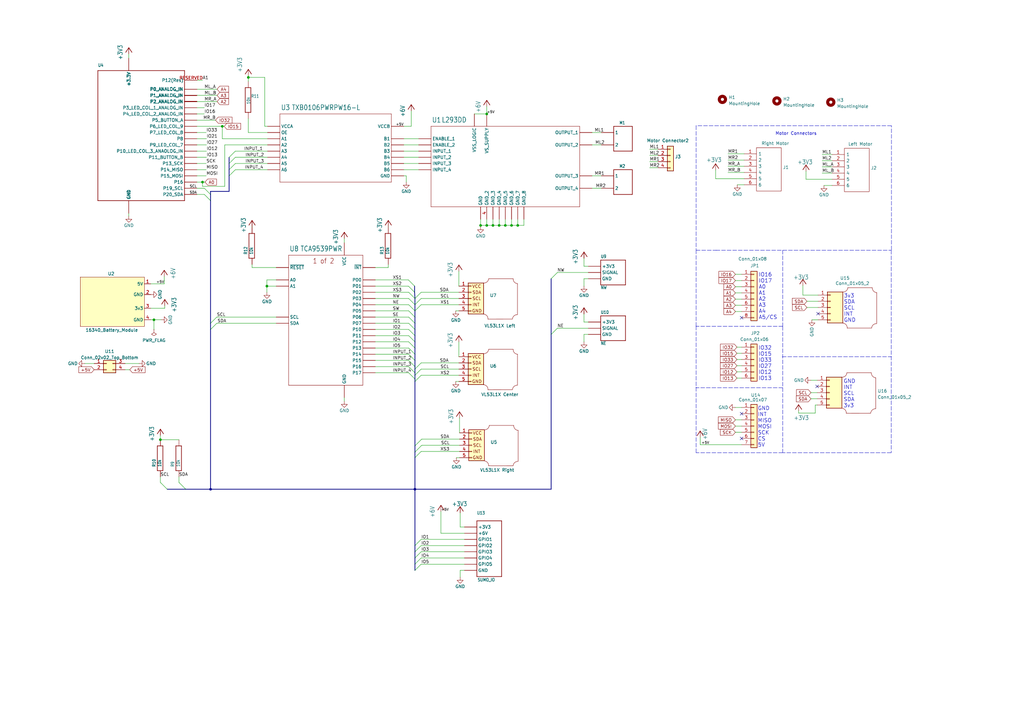
<source format=kicad_sch>
(kicad_sch (version 20211123) (generator eeschema)
  (paper "A3")
  (lib_symbols
    (symbol "1Custom Symbols:16340_Battery_Module"
      (property "Reference" "M01" (at -13.1191 23.8674 0))
      (property "Value" "16340_Battery_Module" (at -13.1191 21.3305 0))
      (symbol "16340_Battery_Module_1_1"
        (pin power_out line (at -2.6162 17.4244 0) (length 2.54) (name "5V") (number "1"))
        (pin power_in line (at -2.6416 13.0556 0) (length 2.54) (name "GND") (number "2"))
        (pin power_out line (at -2.6162 7.4168 0) (length 2.54) (name "3v3") (number "3"))
        (pin power_in line (at -2.6416 2.6924 0) (length 2.54) (name "GND") (number "4"))
      )
    )
    (symbol "1Custom Symbols:Conn_01x05_2" (pin_names (offset 1.016) hide)
      (property "Reference" "U15" (at -0.381 11.43 0))
      (property "Value" "Conn_01x05_2" (at -4.318 9.271 0))
      (symbol "Conn_01x05_2_1_1"
        (pin passive line (at -5.08 5.08 0) (length 3.81) (name "Pin_1") (number "1"))
        (pin passive line (at -5.08 2.54 0) (length 3.81) (name "Pin_2") (number "2"))
        (pin passive line (at -5.08 0 0) (length 3.81) (name "Pin_3") (number "3"))
        (pin passive line (at -5.08 -2.54 0) (length 3.81) (name "Pin_4") (number "4"))
        (pin passive line (at -5.08 -5.08 0) (length 3.81) (name "Pin_5") (number "5"))
      )
    )
    (symbol "Connector_Generic:Conn_01x04" (pin_names (offset 1.016) hide)
      (property "Reference" "J" (at 0 5.08 0))
      (property "Value" "Conn_01x04" (at 0 -7.62 0))
      (symbol "Conn_01x04_1_1"
        (pin passive line (at -5.08 2.54 0) (length 3.81) (name "Pin_1") (number "1"))
        (pin passive line (at -5.08 0 0) (length 3.81) (name "Pin_2") (number "2"))
        (pin passive line (at -5.08 -2.54 0) (length 3.81) (name "Pin_3") (number "3"))
        (pin passive line (at -5.08 -5.08 0) (length 3.81) (name "Pin_4") (number "4"))
      )
    )
    (symbol "Connector_Generic:Conn_01x05" (pin_names (offset 1.016) hide)
      (property "Reference" "U7" (at 7.62 1.27 0))
      (property "Value" "VL53L1X Left" (at 6.35 -2.032 0))
      (symbol "Conn_01x05_0_0"
        (text "GND" (at 2.3114 -5.0546 0) (effects (font (size 1.27 1.27))))
        (text "INT" (at 1.9812 -2.54 0) (effects (font (size 1.27 1.27))))
        (text "SCL" (at 2.2352 0 0) (effects (font (size 1.27 1.27))))
        (text "SDA" (at 2.2606 2.5146 0) (effects (font (size 1.27 1.27))))
        (text "VCC" (at 2.2098 5.0038 0) (effects (font (size 1.27 1.27))))
      )
      (symbol "Conn_01x05_1_1"
        (pin passive line (at -5.08 5.08 0) (length 3.81) (name "Pin_1") (number "1"))
        (pin passive line (at -5.08 2.54 0) (length 3.81) (name "Pin_2") (number "2"))
        (pin passive line (at -5.08 0 0) (length 3.81) (name "Pin_3") (number "3"))
        (pin passive line (at -5.08 -2.54 0) (length 3.81) (name "Pin_4") (number "4"))
        (pin passive line (at -5.08 -5.08 0) (length 3.81) (name "Pin_5") (number "5"))
      )
    )
    (symbol "Connector_Generic:Conn_01x06" (pin_names (offset 1.016) hide)
      (property "Reference" "J" (at 0 7.62 0))
      (property "Value" "Conn_01x06" (at 0 -10.16 0))
      (symbol "Conn_01x06_1_1"
        (pin passive line (at -5.08 5.08 0) (length 3.81) (name "Pin_1") (number "1"))
        (pin passive line (at -5.08 2.54 0) (length 3.81) (name "Pin_2") (number "2"))
        (pin passive line (at -5.08 0 0) (length 3.81) (name "Pin_3") (number "3"))
        (pin passive line (at -5.08 -2.54 0) (length 3.81) (name "Pin_4") (number "4"))
        (pin passive line (at -5.08 -5.08 0) (length 3.81) (name "Pin_5") (number "5"))
        (pin passive line (at -5.08 -7.62 0) (length 3.81) (name "Pin_6") (number "6"))
      )
    )
    (symbol "Connector_Generic:Conn_01x07" (pin_names (offset 1.016) hide)
      (property "Reference" "J" (at 0 10.16 0))
      (property "Value" "Conn_01x07" (at 0 -10.16 0))
      (symbol "Conn_01x07_1_1"
        (pin passive line (at -5.08 7.62 0) (length 3.81) (name "Pin_1") (number "1"))
        (pin passive line (at -5.08 5.08 0) (length 3.81) (name "Pin_2") (number "2"))
        (pin passive line (at -5.08 2.54 0) (length 3.81) (name "Pin_3") (number "3"))
        (pin passive line (at -5.08 0 0) (length 3.81) (name "Pin_4") (number "4"))
        (pin passive line (at -5.08 -2.54 0) (length 3.81) (name "Pin_5") (number "5"))
        (pin passive line (at -5.08 -5.08 0) (length 3.81) (name "Pin_6") (number "6"))
        (pin passive line (at -5.08 -7.62 0) (length 3.81) (name "Pin_7") (number "7"))
      )
    )
    (symbol "Connector_Generic:Conn_01x08" (pin_names (offset 1.016) hide)
      (property "Reference" "J" (at 0 10.16 0))
      (property "Value" "Conn_01x08" (at 0 -12.7 0))
      (symbol "Conn_01x08_1_1"
        (pin passive line (at -5.08 7.62 0) (length 3.81) (name "Pin_1") (number "1"))
        (pin passive line (at -5.08 5.08 0) (length 3.81) (name "Pin_2") (number "2"))
        (pin passive line (at -5.08 2.54 0) (length 3.81) (name "Pin_3") (number "3"))
        (pin passive line (at -5.08 0 0) (length 3.81) (name "Pin_4") (number "4"))
        (pin passive line (at -5.08 -2.54 0) (length 3.81) (name "Pin_5") (number "5"))
        (pin passive line (at -5.08 -5.08 0) (length 3.81) (name "Pin_6") (number "6"))
        (pin passive line (at -5.08 -7.62 0) (length 3.81) (name "Pin_7") (number "7"))
        (pin passive line (at -5.08 -10.16 0) (length 3.81) (name "Pin_8") (number "8"))
      )
    )
    (symbol "Connector_Generic:Conn_02x02_Top_Bottom" (pin_names (offset 1.016) hide)
      (property "Reference" "J" (at 1.27 2.54 0))
      (property "Value" "Conn_02x02_Top_Bottom" (at 1.27 -5.08 0))
      (symbol "Conn_02x02_Top_Bottom_1_1"
        (pin passive line (at -5.08 0 0) (length 3.81) (name "Pin_1") (number "1"))
        (pin passive line (at -5.08 -2.54 0) (length 3.81) (name "Pin_2") (number "2"))
        (pin passive line (at 7.62 0 180) (length 3.81) (name "Pin_3") (number "3"))
        (pin passive line (at 7.62 -2.54 180) (length 3.81) (name "Pin_4") (number "4"))
      )
    )
    (symbol "Mechanical:MountingHole" (pin_names (offset 1.016))
      (property "Reference" "H" (at 0 5.08 0))
      (property "Value" "MountingHole" (at 0 3.175 0))
    )
    (symbol "SamacSys_Parts:B6B-PH-K_LF__SN_" (pin_names (offset 0.762))
      (property "Reference" "J" (at 16.51 7.62 0))
      (property "Value" "B6B-PH-K_LF__SN_" (at 16.51 5.08 0))
      (symbol "B6B-PH-K_LF__SN__0_0"
        (pin passive line (at 0 0 0) (length 5.08) (name "1") (number "1"))
        (pin passive line (at 0 -2.54 0) (length 5.08) (name "2") (number "2"))
        (pin passive line (at 0 -5.08 0) (length 5.08) (name "3") (number "3"))
        (pin passive line (at 0 -7.62 0) (length 5.08) (name "4") (number "4"))
        (pin passive line (at 0 -10.16 0) (length 5.08) (name "5") (number "5"))
        (pin passive line (at 0 -12.7 0) (length 5.08) (name "6") (number "6"))
      )
    )
    (symbol "minisumo_v2-eagle-import:+3V3" (power)
      (property "Value" "+3V3" (at -2.54 -5.08 90))
      (symbol "+3V3_1_0"
        (pin power_in line (at 0 -2.54 90) (length 2.54) (name "+3V3") (number "1"))
      )
    )
    (symbol "minisumo_v2-eagle-import:+5V" (power)
      (property "Value" "+5V" (at -2.54 -5.08 90))
      (symbol "+5V_1_0"
        (pin power_in line (at 0 -2.54 90) (length 2.54) (name "+5V") (number "1"))
      )
    )
    (symbol "minisumo_v2-eagle-import:L293DD"
      (property "Reference" "U" (at 61.3156 6.5786 0))
      (property "Value" "L293DD" (at 60.6806 -31.5214 0))
      (symbol "L293DD_1_0"
        (pin input line (at 2.54 0 0) (length 5.08) (name "ENABLE_1") (number "1"))
        (pin passive line (at 30.48 10.16 270) (length 5.08) (name "VS_SUPPLY") (number "10"))
        (pin input line (at 2.54 -2.54 0) (length 5.08) (name "ENABLE_2") (number "11"))
        (pin input line (at 2.54 -10.16 0) (length 5.08) (name "INPUT_3") (number "12"))
        (pin output line (at 73.66 -15.24 180) (length 5.08) (name "OUTPUT_3") (number "13"))
        (pin passive line (at 40.64 -33.02 90) (length 5.08) (name "GND_6") (number "14"))
        (pin passive line (at 43.18 -33.02 90) (length 5.08) (name "GND_7") (number "15"))
        (pin passive line (at 45.72 -33.02 90) (length 5.08) (name "GND_8") (number "16"))
        (pin passive line (at 27.94 -33.02 90) (length 5.08) (name "GND") (number "17"))
        (pin output line (at 73.66 -20.32 180) (length 5.08) (name "OUTPUT_4") (number "18"))
        (pin input line (at 2.54 -12.7 0) (length 5.08) (name "INPUT_4") (number "19"))
        (pin input line (at 2.54 -5.08 0) (length 5.08) (name "INPUT_1") (number "2"))
        (pin passive line (at 25.4 10.16 270) (length 5.08) (name "VSS_LOGIC") (number "20"))
        (pin output line (at 73.66 2.54 180) (length 5.08) (name "OUTPUT_1") (number "3"))
        (pin passive line (at 30.48 -33.02 90) (length 5.08) (name "GND_2") (number "4"))
        (pin passive line (at 33.02 -33.02 90) (length 5.08) (name "GND_3") (number "5"))
        (pin passive line (at 35.56 -33.02 90) (length 5.08) (name "GND_4") (number "6"))
        (pin passive line (at 38.1 -33.02 90) (length 5.08) (name "GND_5") (number "7"))
        (pin output line (at 73.66 -2.54 180) (length 5.08) (name "OUTPUT_2") (number "8"))
        (pin input line (at 2.54 -7.62 0) (length 5.08) (name "INPUT_2") (number "9"))
      )
    )
    (symbol "minisumo_v2-eagle-import:MICRO_BIT"
      (property "Reference" "U4" (at -38.1 26.924 0))
      (symbol "MICRO_BIT_0_0"
        (pin bidirectional line (at 2.667 21.4376 180) (length 5.08) (name "P12(Res)") (number "RESERVED"))
      )
      (symbol "MICRO_BIT_1_0"
        (pin bidirectional line (at -25.4 30.48 270) (length 5.08) (name "+3.3V") (number "3.3V@10"))
        (pin bidirectional line (at -25.4 30.48 270) (length 5.08) (name "+3.3V") (number "3.3V@11"))
        (pin bidirectional line (at -25.4 30.48 270) (length 5.08) (name "+3.3V") (number "3.3V@12"))
        (pin bidirectional line (at -25.4 30.48 270) (length 5.08) (name "+3.3V") (number "3.3V@13"))
        (pin bidirectional line (at -25.4 30.48 270) (length 5.08) (name "+3.3V") (number "3.3V@14"))
        (pin bidirectional line (at -25.4 30.48 270) (length 5.08) (name "+3.3V") (number "3.3V@9"))
        (pin bidirectional line (at -25.4 -33.02 90) (length 5.08) (name "GND") (number "GND@1"))
        (pin bidirectional line (at -25.4 -33.02 90) (length 5.08) (name "GND") (number "GND@2"))
        (pin bidirectional line (at -25.4 -33.02 90) (length 5.08) (name "GND") (number "GND@3"))
        (pin bidirectional line (at -25.4 -33.02 90) (length 5.08) (name "GND") (number "GND@4"))
        (pin bidirectional line (at -25.4 -33.02 90) (length 5.08) (name "GND") (number "GND@5"))
        (pin bidirectional line (at -25.4 -33.02 90) (length 5.08) (name "GND") (number "GND@6"))
        (pin bidirectional line (at 2.54 17.78 180) (length 5.08) (name "P0_ANALOG_IN") (number "P0_ANALOG_IN@36"))
        (pin bidirectional line (at 2.54 17.78 180) (length 5.08) (name "P0_ANALOG_IN") (number "P0_ANALOG_IN@37"))
        (pin bidirectional line (at 2.54 17.78 180) (length 5.08) (name "P0_ANALOG_IN") (number "P0_ANALOG_IN@38"))
        (pin bidirectional line (at 2.54 17.78 180) (length 5.08) (name "P0_ANALOG_IN") (number "P0_ANALOG_IN@39"))
        (pin bidirectional line (at 2.54 -7.62 180) (length 5.08) (name "P10_LED_COL_3_ANAOLOG_IN") (number "P10_LED_COL_3_ANALOG_IN"))
        (pin bidirectional line (at 2.54 -10.16 180) (length 5.08) (name "P11_BUTTON_B") (number "P11_BUTTON_B"))
        (pin bidirectional line (at 2.54 -12.7 180) (length 5.08) (name "P13_SCK") (number "P13_SCK"))
        (pin bidirectional line (at 2.54 -15.24 180) (length 5.08) (name "P14_MISO") (number "P14_MISO"))
        (pin bidirectional line (at 2.54 -17.78 180) (length 5.08) (name "P15_MOSI") (number "P15_MOSI"))
        (pin bidirectional line (at 2.54 -20.32 180) (length 5.08) (name "P16") (number "P16"))
        (pin bidirectional line (at 2.54 15.24 180) (length 5.08) (name "P1_ANALOG_IN") (number "P1_ANALOG_IN@28"))
        (pin bidirectional line (at 2.54 15.24 180) (length 5.08) (name "P1_ANALOG_IN") (number "P1_ANALOG_IN@29"))
        (pin bidirectional line (at 2.54 15.24 180) (length 5.08) (name "P1_ANALOG_IN") (number "P1_ANALOG_IN@30"))
        (pin bidirectional line (at 2.54 15.24 180) (length 5.08) (name "P1_ANALOG_IN") (number "P1_ANALOG_IN@31"))
        (pin bidirectional line (at 2.54 -25.4 180) (length 5.08) (name "P20_SDA") (number "P20_SDA"))
        (pin bidirectional line (at 2.54 -22.86 180) (length 5.08) (name "P19_SCL") (number "P21_SCL"))
        (pin bidirectional line (at 2.54 12.7 180) (length 5.08) (name "P2_ANALOG_IN") (number "P2_ANALOG_IN@19"))
        (pin bidirectional line (at 2.54 12.7 180) (length 5.08) (name "P2_ANALOG_IN") (number "P2_ANALOG_IN@20"))
        (pin bidirectional line (at 2.54 12.7 180) (length 5.08) (name "P2_ANALOG_IN") (number "P2_ANALOG_IN@21"))
        (pin bidirectional line (at 2.54 12.7 180) (length 5.08) (name "P2_ANALOG_IN") (number "P2_ANALOG_IN@22"))
        (pin bidirectional line (at 2.54 10.16 180) (length 5.08) (name "P3_LED_COL_1_ANALOG_IN") (number "P3_LED_COL_1_ANALOG_IN"))
        (pin bidirectional line (at 2.54 7.62 180) (length 5.08) (name "P4_LED_COL_2_ANALOG_IN") (number "P4_LED_COL_2_ANALOG_IN"))
        (pin bidirectional line (at 2.54 5.08 180) (length 5.08) (name "P5_BUTTON_A") (number "P5_BUTTON_A"))
        (pin bidirectional line (at 2.54 2.54 180) (length 5.08) (name "P6_LED_COL_9") (number "P6_LED_COL_9"))
        (pin bidirectional line (at 2.54 0 180) (length 5.08) (name "P7_LED_COL_8") (number "P7_LED_COL8"))
        (pin bidirectional line (at 2.54 -2.54 180) (length 5.08) (name "P8") (number "P8"))
        (pin bidirectional line (at 2.54 -5.08 180) (length 5.08) (name "P9_LED_COL_7") (number "P9_LED_COL_7"))
      )
    )
    (symbol "minisumo_v2-eagle-import:N20_MOTOR"
      (symbol "N20_MOTOR_1_0"
        (pin bidirectional line (at -27.94 15.24 0) (length 5.08) (name "1") (number "1"))
        (pin bidirectional line (at -27.94 10.16 0) (length 5.08) (name "2") (number "2"))
      )
    )
    (symbol "minisumo_v2-eagle-import:QRE1113_MODULE"
      (property "Value" "QRE1113_MODULE" (at -12.7 3.302 0))
      (symbol "QRE1113_MODULE_1_0"
        (pin bidirectional line (at -17.78 12.7 0) (length 5.08) (name "+3V3") (number "+3V3"))
        (pin bidirectional line (at -17.78 7.62 0) (length 5.08) (name "GND") (number "GND"))
        (pin bidirectional line (at -17.78 10.16 0) (length 5.08) (name "SIGNAL") (number "SIGNAL"))
      )
    )
    (symbol "minisumo_v2-eagle-import:RESISTOR"
      (property "Value" "RESISTOR" (at 4.064 -0.381 0))
      (symbol "RESISTOR_1_0"
        (pin bidirectional line (at 0 0 0) (length 2.54) (name "P$1") (number "P$1"))
        (pin bidirectional line (at 15.24 0 180) (length 2.54) (name "P$2") (number "P$2"))
      )
    )
    (symbol "minisumo_v2-eagle-import:SUMO_IO"
      (property "Value" "SUMO_IO" (at -7.62 -5.08 0))
      (symbol "SUMO_IO_1_0"
        (pin bidirectional line (at -12.7 17.78 0) (length 5.08) (name "+3V3") (number "3V3"))
        (pin bidirectional line (at -12.7 15.24 0) (length 5.08) (name "+6V") (number "6V"))
        (pin bidirectional line (at -12.7 0 0) (length 5.08) (name "GND") (number "GND"))
        (pin bidirectional line (at -12.7 12.7 0) (length 5.08) (name "GPIO1") (number "GPIO1"))
        (pin bidirectional line (at -12.7 10.16 0) (length 5.08) (name "GPIO2") (number "GPIO2"))
        (pin bidirectional line (at -12.7 7.62 0) (length 5.08) (name "GPIO3") (number "GPIO3"))
        (pin bidirectional line (at -12.7 5.08 0) (length 5.08) (name "GPIO4") (number "GPIO4"))
        (pin bidirectional line (at -12.7 2.54 0) (length 5.08) (name "GPIO5") (number "GPIO5"))
      )
    )
    (symbol "minisumo_v2-eagle-import:TCA9539PWR"
      (property "Value" "TCA9539PWR" (at 17.5006 6.5786 0))
      (symbol "TCA9539PWR_1_0"
        (text "1 of 2" (at 17.5006 1.4986 0) (effects (font (size 2.0828 1.7703)) (justify left bottom)))
        (pin output line (at 43.18 0 180) (length 5.08) (name "~{INT}") (number "1"))
        (pin bidirectional line (at 43.18 -20.32 180) (length 5.08) (name "P06") (number "10"))
        (pin bidirectional line (at 43.18 -22.86 180) (length 5.08) (name "P07") (number "11"))
        (pin power_in line (at 30.48 -53.34 90) (length 5.08) (name "GND") (number "12"))
        (pin bidirectional line (at 43.18 -25.4 180) (length 5.08) (name "P10") (number "13"))
        (pin bidirectional line (at 43.18 -27.94 180) (length 5.08) (name "P11") (number "14"))
        (pin bidirectional line (at 43.18 -30.48 180) (length 5.08) (name "P12") (number "15"))
        (pin bidirectional line (at 43.18 -33.02 180) (length 5.08) (name "P13") (number "16"))
        (pin bidirectional line (at 43.18 -35.56 180) (length 5.08) (name "P14") (number "17"))
        (pin bidirectional line (at 43.18 -38.1 180) (length 5.08) (name "P15") (number "18"))
        (pin bidirectional line (at 43.18 -40.64 180) (length 5.08) (name "P16") (number "19"))
        (pin input line (at 2.54 -7.62 0) (length 5.08) (name "A1") (number "2"))
        (pin bidirectional line (at 43.18 -43.18 180) (length 5.08) (name "P17") (number "20"))
        (pin input line (at 2.54 -5.08 0) (length 5.08) (name "A0") (number "21"))
        (pin bidirectional line (at 2.54 -20.32 0) (length 5.08) (name "SCL") (number "22"))
        (pin bidirectional line (at 2.54 -22.86 0) (length 5.08) (name "SDA") (number "23"))
        (pin power_in line (at 30.48 10.16 270) (length 5.08) (name "VCC") (number "24"))
        (pin input line (at 2.54 0 0) (length 5.08) (name "~{RESET}") (number "3"))
        (pin bidirectional line (at 43.18 -5.08 180) (length 5.08) (name "P00") (number "4"))
        (pin bidirectional line (at 43.18 -7.62 180) (length 5.08) (name "P01") (number "5"))
        (pin bidirectional line (at 43.18 -10.16 180) (length 5.08) (name "P02") (number "6"))
        (pin bidirectional line (at 43.18 -12.7 180) (length 5.08) (name "P03") (number "7"))
        (pin bidirectional line (at 43.18 -15.24 180) (length 5.08) (name "P04") (number "8"))
        (pin bidirectional line (at 43.18 -17.78 180) (length 5.08) (name "P05") (number "9"))
      )
    )
    (symbol "minisumo_v2-eagle-import:TXB0106PWRPW16-L"
      (property "Reference" "U" (at 25.7556 9.1186 0))
      (property "Value" "TXB0106PWRPW16-L" (at 25.1206 6.5786 0))
      (symbol "TXB0106PWRPW16-L_1_0"
        (pin bidirectional line (at 2.54 -5.08 0) (length 5.08) (name "A1") (number "1"))
        (pin bidirectional line (at 58.42 -17.78 180) (length 5.08) (name "B6") (number "10"))
        (pin bidirectional line (at 58.42 -15.24 180) (length 5.08) (name "B5") (number "11"))
        (pin bidirectional line (at 58.42 -12.7 180) (length 5.08) (name "B4") (number "12"))
        (pin bidirectional line (at 58.42 -10.16 180) (length 5.08) (name "B3") (number "13"))
        (pin bidirectional line (at 58.42 -7.62 180) (length 5.08) (name "B2") (number "14"))
        (pin power_in line (at 58.42 0 180) (length 5.08) (name "VCCB") (number "15"))
        (pin bidirectional line (at 58.42 -5.08 180) (length 5.08) (name "B1") (number "16"))
        (pin power_in line (at 2.54 0 0) (length 5.08) (name "VCCA") (number "2"))
        (pin bidirectional line (at 2.54 -7.62 0) (length 5.08) (name "A2") (number "3"))
        (pin bidirectional line (at 2.54 -10.16 0) (length 5.08) (name "A3") (number "4"))
        (pin bidirectional line (at 2.54 -12.7 0) (length 5.08) (name "A4") (number "5"))
        (pin bidirectional line (at 2.54 -15.24 0) (length 5.08) (name "A5") (number "6"))
        (pin bidirectional line (at 2.54 -17.78 0) (length 5.08) (name "A6") (number "7"))
        (pin output line (at 2.54 -2.54 0) (length 5.08) (name "OE") (number "8"))
        (pin power_in line (at 58.42 -20.32 180) (length 5.08) (name "GND") (number "9"))
      )
    )
    (symbol "power:GND" (power) (pin_names (offset 0))
      (property "Value" "GND" (at 0 -3.81 0))
      (symbol "GND_1_1"
        (pin power_in line (at 0 0 270) (length 0) hide (name "GND") (number "1"))
      )
    )
    (symbol "power:PWR_FLAG" (power) (pin_numbers hide) (pin_names (offset 0) hide)
      (property "Value" "PWR_FLAG" (at 0 3.81 0))
      (symbol "PWR_FLAG_0_0"
        (pin power_out line (at 0 0 90) (length 0) (name "pwr") (number "1"))
      )
    )
  )
  (junction (at 170.18 200.66))
  (junction (at 204.724 92.456))
  (junction (at 199.644 92.456))
  (junction (at 197.104 92.456))
  (junction (at 199.644 46.736))
  (junction (at 101.854 31.75))
  (junction (at 209.804 92.456))
  (junction (at 202.184 92.456))
  (junction (at 83.058 74.676))
  (junction (at 65.786 180.34))
  (junction (at 91.186 51.816))
  (junction (at 63.1444 131.1656))
  (junction (at 207.264 92.456))
  (junction (at 212.344 92.456))
  (junction (at 109.474 117.348))
  (junction (at 86.36 200.66))
  (no_connect (at 304.165 179.832))
  (no_connect (at 304.165 130.302))
  (no_connect (at 335.153 158.496))
  (no_connect (at 335.534 128.651))
  (no_connect (at 304.165 169.672))
  (bus_entry (at 172.72 119.888) (size -2.54 2.54))
  (bus_entry (at 170.18 187.706) (size 2.54 -2.54))
  (bus_entry (at 228.6 111.76) (size -2.54 2.54))
  (bus_entry (at 172.72 148.844) (size -2.54 2.54))
  (bus_entry (at 96.52 67.056) (size -2.54 2.54))
  (bus_entry (at 96.52 69.596) (size -2.54 2.54))
  (bus_entry (at 228.6 134.62) (size -2.54 2.54))
  (bus_entry (at 88.9 132.588) (size -2.54 2.54))
  (bus_entry (at 172.72 228.854) (size -2.54 2.54))
  (bus_entry (at 172.72 231.394) (size -2.54 2.54))
  (bus_entry (at 172.72 122.428) (size -2.54 2.54))
  (bus_entry (at 172.72 151.384) (size -2.54 2.54))
  (bus_entry (at 172.72 180.34) (size -2.54 2.54))
  (bus_entry (at 172.72 223.774) (size -2.54 2.54))
  (bus_entry (at 96.52 64.516) (size -2.54 2.54))
  (bus_entry (at 172.72 226.314) (size -2.54 2.54))
  (bus_entry (at 83.82 79.756) (size 2.54 2.54))
  (bus_entry (at 167.513 117.348) (size 2.54 2.54))
  (bus_entry (at 73.66 198.12) (size 2.54 2.54))
  (bus_entry (at 172.72 221.234) (size -2.54 2.54))
  (bus_entry (at 167.513 114.808) (size 2.54 2.54))
  (bus_entry (at 88.9 130.048) (size -2.54 2.54))
  (bus_entry (at 66.04 198.12) (size 2.54 2.54))
  (bus_entry (at 172.72 182.88) (size -2.54 2.54))
  (bus_entry (at 170.18 155.448) (size -2.54 -2.54))
  (bus_entry (at 170.18 156.464) (size 2.54 -2.54))
  (bus_entry (at 170.18 152.908) (size -2.54 -2.54))
  (bus_entry (at 170.18 150.368) (size -2.54 -2.54))
  (bus_entry (at 170.18 147.828) (size -2.54 -2.54))
  (bus_entry (at 170.18 145.288) (size -2.54 -2.54))
  (bus_entry (at 170.18 140.208) (size -2.54 -2.54))
  (bus_entry (at 170.18 142.748) (size -2.54 -2.54))
  (bus_entry (at 170.18 137.668) (size -2.54 -2.54))
  (bus_entry (at 170.18 135.128) (size -2.54 -2.54))
  (bus_entry (at 170.18 132.588) (size -2.54 -2.54))
  (bus_entry (at 167.64 122.428) (size 2.54 2.54))
  (bus_entry (at 167.64 119.888) (size 2.54 2.54))
  (bus_entry (at 170.18 130.048) (size -2.54 -2.54))
  (bus_entry (at 170.18 127.508) (size -2.54 -2.54))
  (bus_entry (at 172.72 124.968) (size -2.54 2.54))
  (bus_entry (at 83.82 77.216) (size 2.54 2.54))
  (bus_entry (at 96.52 61.976) (size -2.54 2.54))
  (polyline (pts (xy 285.496 102.616) (xy 293.878 102.616)))
  (wire (pts (xy 207.264 89.916) (xy 207.264 92.456)))
  (wire (pts (xy 334.391 166.116) (xy 334.391 169.418)))
  (bus (pts (xy 226.06 137.16) (xy 226.06 200.66)))
  (wire (pts (xy 304.165 122.682) (xy 301.625 122.682)))
  (wire (pts (xy 302.26 142.367) (xy 304.165 142.367)))
  (wire (pts (xy 329.311 121.031) (xy 329.311 117.094)))
  (polyline (pts (xy 285.496 159.004) (xy 285.496 158.75)))
  (wire (pts (xy 266.446 63.754) (xy 269.875 63.754)))
  (bus (pts (xy 170.18 137.668) (xy 170.18 140.208)))
  (bus (pts (xy 86.36 200.66) (xy 76.2 200.66)))
  (wire (pts (xy 204.724 92.456) (xy 202.184 92.456)))
  (wire (pts (xy 61.7982 126.4412) (xy 67.5894 126.4412)))
  (wire (pts (xy 168.656 51.816) (xy 168.656 45.466)))
  (wire (pts (xy 80.772 39.116) (xy 89.027 39.116)))
  (wire (pts (xy 212.344 92.456) (xy 209.804 92.456)))
  (wire (pts (xy 96.52 69.596) (xy 109.728 69.596)))
  (bus (pts (xy 170.18 135.128) (xy 170.18 137.668)))
  (wire (pts (xy 239.522 117.348) (xy 239.522 114.3)))
  (wire (pts (xy 246.634 72.136) (xy 242.824 72.136)))
  (wire (pts (xy 91.186 51.816) (xy 91.186 56.896)))
  (wire (pts (xy 190.5 223.774) (xy 172.72 223.774)))
  (wire (pts (xy 101.854 30.988) (xy 101.854 31.75)))
  (wire (pts (xy 80.772 59.436) (xy 84.709 59.436)))
  (wire (pts (xy 302.26 155.067) (xy 304.165 155.067)))
  (bus (pts (xy 86.36 135.128) (xy 86.36 200.66)))
  (polyline (pts (xy 285.496 133.858) (xy 285.496 102.616)))
  (wire (pts (xy 73.406 197.866) (xy 73.406 195.58)))
  (wire (pts (xy 214.884 92.456) (xy 212.344 92.456)))
  (wire (pts (xy 80.772 77.216) (xy 83.82 77.216)))
  (wire (pts (xy 66.0654 131.1656) (xy 63.1444 131.1656)))
  (wire (pts (xy 80.772 44.196) (xy 83.82 44.196)))
  (wire (pts (xy 304.165 125.222) (xy 301.625 125.222)))
  (bus (pts (xy 170.18 124.968) (xy 170.18 127.508)))
  (wire (pts (xy 199.644 89.916) (xy 199.644 92.456)))
  (wire (pts (xy 80.772 61.976) (xy 84.709 61.976)))
  (wire (pts (xy 301.625 167.132) (xy 304.165 167.132)))
  (wire (pts (xy 188.722 210.312) (xy 188.722 216.154)))
  (wire (pts (xy 80.772 69.596) (xy 84.582 69.596)))
  (wire (pts (xy 172.72 148.844) (xy 188.214 148.844)))
  (bus (pts (xy 170.18 124.968) (xy 170.18 122.428)))
  (wire (pts (xy 165.608 67.056) (xy 171.704 67.056)))
  (wire (pts (xy 332.613 163.576) (xy 335.153 163.576)))
  (wire (pts (xy 209.804 92.456) (xy 207.264 92.456)))
  (wire (pts (xy 153.924 117.348) (xy 167.513 117.348)))
  (wire (pts (xy 241.3 111.76) (xy 228.6 111.76)))
  (wire (pts (xy 159.258 93.218) (xy 159.258 92.964)))
  (wire (pts (xy 91.186 56.896) (xy 109.728 56.896)))
  (wire (pts (xy 330.962 123.571) (xy 335.534 123.571)))
  (wire (pts (xy 330.581 70.231) (xy 330.581 73.533)))
  (wire (pts (xy 101.854 48.641) (xy 101.854 54.356)))
  (wire (pts (xy 34.798 149.098) (xy 38.608 149.098)))
  (wire (pts (xy 246.634 77.216) (xy 242.824 77.216)))
  (wire (pts (xy 172.72 124.968) (xy 188.214 124.968)))
  (wire (pts (xy 165.608 61.976) (xy 171.704 61.976)))
  (wire (pts (xy 172.974 180.086) (xy 172.72 180.34)))
  (wire (pts (xy 239.522 114.3) (xy 241.3 114.3)))
  (wire (pts (xy 172.974 182.626) (xy 188.468 182.626)))
  (wire (pts (xy 153.924 130.048) (xy 167.64 130.048)))
  (wire (pts (xy 80.772 46.736) (xy 83.82 46.736)))
  (bus (pts (xy 170.18 187.706) (xy 170.18 185.42)))
  (bus (pts (xy 93.98 67.056) (xy 93.98 69.596)))
  (bus (pts (xy 170.18 142.748) (xy 170.18 145.288)))
  (bus (pts (xy 170.18 226.314) (xy 170.18 228.854)))
  (wire (pts (xy 165.608 56.896) (xy 171.704 56.896)))
  (wire (pts (xy 80.772 74.676) (xy 83.058 74.676)))
  (wire (pts (xy 337.947 76.073) (xy 341.249 76.073)))
  (bus (pts (xy 170.18 231.394) (xy 170.18 233.934)))
  (wire (pts (xy 207.264 92.456) (xy 204.724 92.456)))
  (wire (pts (xy 305.181 73.279) (xy 293.497 73.279)))
  (wire (pts (xy 63.1444 131.1656) (xy 61.8236 131.1656)))
  (wire (pts (xy 159.258 109.728) (xy 159.258 108.458)))
  (wire (pts (xy 239.522 137.16) (xy 241.3 137.16)))
  (bus (pts (xy 170.18 130.048) (xy 170.18 132.588)))
  (wire (pts (xy 287.1724 182.372) (xy 287.1724 179.324)))
  (wire (pts (xy 80.772 49.276) (xy 88.392 49.276)))
  (wire (pts (xy 266.446 68.834) (xy 269.875 68.834)))
  (wire (pts (xy 65.786 178.562) (xy 65.786 180.34)))
  (wire (pts (xy 188.214 111.252) (xy 188.214 117.348)))
  (wire (pts (xy 80.772 36.576) (xy 89.027 36.576)))
  (wire (pts (xy 330.581 73.533) (xy 341.249 73.533)))
  (bus (pts (xy 86.36 82.296) (xy 86.36 132.588)))
  (wire (pts (xy 194.564 46.736) (xy 199.644 46.736)))
  (wire (pts (xy 172.72 185.166) (xy 188.468 185.166)))
  (wire (pts (xy 188.468 171.45) (xy 188.468 177.546)))
  (wire (pts (xy 239.522 140.208) (xy 239.522 137.16)))
  (wire (pts (xy 141.224 163.068) (xy 141.224 164.592)))
  (wire (pts (xy 190.5 231.394) (xy 172.72 231.394)))
  (wire (pts (xy 239.522 105.918) (xy 239.522 109.22)))
  (wire (pts (xy 103.378 109.728) (xy 103.378 108.458)))
  (polyline (pts (xy 321.056 102.616) (xy 365.506 102.616)))
  (polyline (pts (xy 320.802 146.304) (xy 365.633 146.304)))
  (wire (pts (xy 337.185 63.373) (xy 341.249 63.373)))
  (bus (pts (xy 226.06 137.16) (xy 226.06 114.3)))
  (bus (pts (xy 170.18 152.908) (xy 170.18 153.924)))
  (wire (pts (xy 83.058 74.676) (xy 84.074 74.676)))
  (wire (pts (xy 334.391 166.116) (xy 335.153 166.116)))
  (wire (pts (xy 73.66 198.12) (xy 73.406 197.866)))
  (wire (pts (xy 80.772 64.516) (xy 84.709 64.516)))
  (wire (pts (xy 153.924 150.368) (xy 167.64 150.368)))
  (polyline (pts (xy 365.506 102.616) (xy 365.506 185.674)))
  (bus (pts (xy 170.18 155.448) (xy 170.18 156.464)))
  (wire (pts (xy 266.446 66.294) (xy 269.875 66.294)))
  (wire (pts (xy 153.924 142.748) (xy 167.64 142.748)))
  (wire (pts (xy 337.185 65.913) (xy 341.249 65.913)))
  (wire (pts (xy 186.944 156.464) (xy 188.214 156.464)))
  (wire (pts (xy 172.72 151.384) (xy 188.214 151.384)))
  (wire (pts (xy 51.308 151.638) (xy 53.213 151.638)))
  (polyline (pts (xy 285.496 51.562) (xy 285.496 102.489)))
  (wire (pts (xy 52.832 22.098) (xy 52.832 23.876)))
  (wire (pts (xy 287.1724 182.372) (xy 304.165 182.372)))
  (bus (pts (xy 170.18 228.854) (xy 170.18 231.394)))
  (wire (pts (xy 153.924 135.128) (xy 167.64 135.128)))
  (wire (pts (xy 165.608 59.436) (xy 171.704 59.436)))
  (wire (pts (xy 301.625 177.292) (xy 304.165 177.292)))
  (polyline (pts (xy 365.633 51.562) (xy 285.496 51.562)))
  (wire (pts (xy 190.5 228.854) (xy 172.72 228.854)))
  (bus (pts (xy 170.18 156.464) (xy 170.18 182.88)))
  (bus (pts (xy 170.18 185.42) (xy 170.18 182.88)))
  (bus (pts (xy 86.36 200.66) (xy 170.18 200.66)))
  (wire (pts (xy 113.284 109.728) (xy 103.378 109.728)))
  (wire (pts (xy 186.944 127.508) (xy 188.214 127.508)))
  (wire (pts (xy 202.184 92.456) (xy 199.644 92.456)))
  (wire (pts (xy 246.634 54.356) (xy 242.824 54.356)))
  (bus (pts (xy 86.36 79.756) (xy 86.36 82.296)))
  (wire (pts (xy 83.058 76.454) (xy 83.058 74.676)))
  (wire (pts (xy 180.848 209.804) (xy 180.848 218.694)))
  (wire (pts (xy 337.185 70.993) (xy 341.249 70.993)))
  (wire (pts (xy 188.722 216.154) (xy 190.5 216.154)))
  (wire (pts (xy 101.854 33.401) (xy 101.854 31.75)))
  (wire (pts (xy 153.924 140.208) (xy 167.64 140.208)))
  (wire (pts (xy 209.804 89.916) (xy 209.804 92.456)))
  (bus (pts (xy 170.18 127.508) (xy 170.18 130.048)))
  (wire (pts (xy 187.198 187.706) (xy 188.468 187.706)))
  (polyline (pts (xy 321.056 133.858) (xy 285.496 133.858)))
  (wire (pts (xy 190.5 233.934) (xy 188.722 233.934)))
  (wire (pts (xy 80.772 51.816) (xy 91.186 51.816)))
  (wire (pts (xy 92.202 76.454) (xy 83.058 76.454)))
  (wire (pts (xy 66.04 198.12) (xy 65.786 197.866)))
  (wire (pts (xy 241.3 134.62) (xy 228.6 134.62)))
  (wire (pts (xy 172.974 180.086) (xy 188.468 180.086)))
  (bus (pts (xy 170.18 200.66) (xy 226.06 200.66)))
  (wire (pts (xy 298.577 70.739) (xy 305.181 70.739)))
  (wire (pts (xy 199.644 46.736) (xy 199.644 43.688)))
  (wire (pts (xy 113.284 117.348) (xy 109.474 117.348)))
  (polyline (pts (xy 321.056 185.674) (xy 285.496 185.674)))
  (bus (pts (xy 170.053 119.888) (xy 170.053 117.348)))
  (polyline (pts (xy 321.056 102.616) (xy 321.056 133.858)))
  (wire (pts (xy 153.924 147.828) (xy 167.64 147.828)))
  (wire (pts (xy 96.52 61.976) (xy 109.728 61.976)))
  (wire (pts (xy 301.625 172.212) (xy 304.165 172.212)))
  (wire (pts (xy 172.974 182.626) (xy 172.72 182.88)))
  (wire (pts (xy 332.994 131.191) (xy 335.534 131.191)))
  (wire (pts (xy 109.474 114.808) (xy 109.474 117.348)))
  (wire (pts (xy 92.202 59.436) (xy 92.202 76.454)))
  (wire (pts (xy 153.924 109.728) (xy 159.258 109.728)))
  (wire (pts (xy 301.625 115.062) (xy 304.165 115.062)))
  (wire (pts (xy 180.848 218.694) (xy 190.5 218.694)))
  (wire (pts (xy 332.613 155.956) (xy 335.153 155.956)))
  (wire (pts (xy 172.72 122.428) (xy 188.214 122.428)))
  (wire (pts (xy 165.608 51.816) (xy 168.656 51.816)))
  (wire (pts (xy 302.26 147.447) (xy 304.165 147.447)))
  (polyline (pts (xy 285.496 185.674) (xy 285.496 133.731)))
  (wire (pts (xy 246.634 59.436) (xy 242.824 59.436)))
  (wire (pts (xy 108.585 51.816) (xy 108.585 31.75)))
  (wire (pts (xy 197.104 89.916) (xy 197.104 92.456)))
  (wire (pts (xy 301.625 174.752) (xy 304.165 174.752)))
  (bus (pts (xy 170.18 122.428) (xy 170.053 119.888)))
  (bus (pts (xy 170.18 140.208) (xy 170.18 142.748)))
  (wire (pts (xy 67.5894 126.4412) (xy 67.5894 125.3744)))
  (wire (pts (xy 334.391 169.418) (xy 327.533 169.418)))
  (wire (pts (xy 96.52 64.516) (xy 109.728 64.516)))
  (wire (pts (xy 80.772 56.896) (xy 84.709 56.896)))
  (wire (pts (xy 165.608 69.596) (xy 171.704 69.596)))
  (wire (pts (xy 165.608 64.516) (xy 171.704 64.516)))
  (wire (pts (xy 52.832 87.376) (xy 52.832 88.646)))
  (bus (pts (xy 170.18 153.924) (xy 170.18 155.448)))
  (bus (pts (xy 86.36 78.486) (xy 86.36 79.756)))
  (wire (pts (xy 80.899 32.9184) (xy 83.058 32.9184)))
  (wire (pts (xy 80.772 41.656) (xy 89.027 41.656)))
  (wire (pts (xy 302.26 144.907) (xy 304.165 144.907)))
  (wire (pts (xy 63.1444 131.1656) (xy 63.1444 135.1534)))
  (wire (pts (xy 92.202 59.436) (xy 109.728 59.436)))
  (bus (pts (xy 93.98 69.596) (xy 93.98 72.136)))
  (bus (pts (xy 170.18 147.828) (xy 170.18 150.368)))
  (wire (pts (xy 266.446 61.214) (xy 269.875 61.214)))
  (wire (pts (xy 153.924 114.808) (xy 167.513 114.808)))
  (wire (pts (xy 298.577 63.119) (xy 305.181 63.119)))
  (bus (pts (xy 170.18 200.66) (xy 170.18 223.774)))
  (wire (pts (xy 172.72 119.888) (xy 188.214 119.888)))
  (wire (pts (xy 304.165 117.602) (xy 301.625 117.602)))
  (wire (pts (xy 302.26 149.987) (xy 304.165 149.987)))
  (wire (pts (xy 141.224 97.79) (xy 141.224 99.568)))
  (wire (pts (xy 80.772 54.356) (xy 84.582 54.356)))
  (wire (pts (xy 188.214 140.208) (xy 188.214 146.304)))
  (wire (pts (xy 61.7982 116.4336) (xy 67.3608 116.4336)))
  (wire (pts (xy 166.624 72.136) (xy 166.624 74.676)))
  (wire (pts (xy 96.52 67.056) (xy 109.728 67.056)))
  (wire (pts (xy 109.474 117.348) (xy 109.474 119.888)))
  (wire (pts (xy 165.608 72.136) (xy 166.624 72.136)))
  (wire (pts (xy 199.644 92.456) (xy 197.104 92.456)))
  (bus (pts (xy 93.98 72.136) (xy 93.98 78.486)))
  (bus (pts (xy 170.18 200.66) (xy 170.18 187.706)))
  (wire (pts (xy 153.924 127.508) (xy 167.64 127.508)))
  (wire (pts (xy 239.522 128.778) (xy 239.522 132.08)))
  (bus (pts (xy 170.18 151.384) (xy 170.18 152.908)))
  (wire (pts (xy 73.406 180.34) (xy 65.786 180.34)))
  (wire (pts (xy 298.577 68.199) (xy 305.181 68.199)))
  (wire (pts (xy 153.924 132.588) (xy 167.64 132.588)))
  (wire (pts (xy 190.5 221.234) (xy 172.72 221.234)))
  (wire (pts (xy 202.184 89.916) (xy 202.184 92.456)))
  (wire (pts (xy 172.72 153.924) (xy 188.214 153.924)))
  (bus (pts (xy 170.18 132.588) (xy 170.18 135.128)))
  (wire (pts (xy 80.772 72.136) (xy 84.582 72.136)))
  (wire (pts (xy 65.786 197.866) (xy 65.786 195.58)))
  (wire (pts (xy 91.186 51.816) (xy 91.948 51.816)))
  (wire (pts (xy 80.772 79.756) (xy 83.82 79.756)))
  (wire (pts (xy 113.284 130.048) (xy 88.9 130.048)))
  (wire (pts (xy 302.26 152.527) (xy 304.165 152.527)))
  (wire (pts (xy 214.884 89.916) (xy 214.884 92.456)))
  (polyline (pts (xy 321.056 159.004) (xy 285.496 159.004)))
  (wire (pts (xy 188.722 233.934) (xy 188.722 236.728)))
  (wire (pts (xy 239.522 109.22) (xy 241.3 109.22)))
  (polyline (pts (xy 365.506 185.674) (xy 321.183 185.674)))
  (wire (pts (xy 109.728 51.816) (xy 108.585 51.816)))
  (wire (pts (xy 327.533 169.418) (xy 327.533 168.529)))
  (wire (pts (xy 113.284 132.588) (xy 88.9 132.588)))
  (wire (pts (xy 153.924 122.428) (xy 167.64 122.428)))
  (polyline (pts (xy 365.633 102.489) (xy 365.633 51.562)))
  (bus (pts (xy 170.18 223.774) (xy 170.18 226.314)))
  (wire (pts (xy 329.311 121.031) (xy 335.534 121.031)))
  (polyline (pts (xy 321.056 133.858) (xy 321.056 185.674)))
  (wire (pts (xy 153.924 145.288) (xy 167.64 145.288)))
  (wire (pts (xy 67.3608 116.4336) (xy 67.3608 113.3856)))
  (wire (pts (xy 80.772 67.056) (xy 84.582 67.056)))
  (wire (pts (xy 103.378 92.964) (xy 103.378 93.218)))
  (wire (pts (xy 153.924 137.668) (xy 167.64 137.668)))
  (wire (pts (xy 330.962 126.111) (xy 335.534 126.111)))
  (wire (pts (xy 51.308 149.098) (xy 57.023 149.098)))
  (wire (pts (xy 212.344 89.916) (xy 212.344 92.456)))
  (wire (pts (xy 190.5 226.314) (xy 172.72 226.314)))
  (bus (pts (xy 86.36 132.588) (xy 86.36 135.128)))
  (wire (pts (xy 302.387 75.819) (xy 305.181 75.819)))
  (bus (pts (xy 76.2 200.66) (xy 68.58 200.66)))
  (wire (pts (xy 337.185 68.453) (xy 341.249 68.453)))
  (wire (pts (xy 301.625 112.522) (xy 304.165 112.522)))
  (wire (pts (xy 301.625 127.762) (xy 304.165 127.762)))
  (wire (pts (xy 101.854 54.356) (xy 109.728 54.356)))
  (bus (pts (xy 170.18 145.288) (xy 170.18 147.828)))
  (wire (pts (xy 204.724 89.916) (xy 204.724 92.456)))
  (wire (pts (xy 153.924 124.968) (xy 167.64 124.968)))
  (wire (pts (xy 113.284 114.808) (xy 109.474 114.808)))
  (wire (pts (xy 153.924 119.888) (xy 167.64 119.888)))
  (bus (pts (xy 86.36 78.486) (xy 93.98 78.486)))
  (wire (pts (xy 197.104 92.456) (xy 197.104 92.964)))
  (bus (pts (xy 93.98 64.516) (xy 93.98 67.056)))
  (wire (pts (xy 293.497 69.723) (xy 293.497 73.279)))
  (bus (pts (xy 170.18 150.368) (xy 170.18 151.384)))
  (wire (pts (xy 304.165 120.142) (xy 301.625 120.142)))
  (wire (pts (xy 153.924 152.908) (xy 167.64 152.908)))
  (wire (pts (xy 332.613 161.036) (xy 335.153 161.036)))
  (wire (pts (xy 239.522 132.08) (xy 241.3 132.08)))
  (polyline (pts (xy 293.624 102.616) (xy 321.056 102.616)))
  (wire (pts (xy 298.577 65.659) (xy 305.181 65.659)))
  (wire (pts (xy 101.854 31.75) (xy 108.585 31.75)))
  (text "GND\nINT\nSCL\nSDA\n3v3" (at 345.948 167.386 0) (effects (font (size 1.55 1.55)) (justify left bottom)))
  (text "GND\nINT\nMISO\nMOSI\nSCK\nCS\n5V" (at 310.769 183.515 0) (effects (font (size 1.55 1.55)) (justify left bottom)))
  (text "IO32\nIO15\nIO33\nIO27\nIO12\nIO13" (at 311.023 156.21 0) (effects (font (size 1.55 1.55)) (justify left bottom)))
  (text "3v3\nSDA\nSCL\nINT\nGND" (at 346.075 132.334 0) (effects (font (size 1.55 1.55)) (justify left bottom)))
  (text "IO16\nIO17\nA0\nA1\nA2\nA3\nA4\nA5/CS" (at 311.15 131.191 0) (effects (font (size 1.55 1.55)) (justify left bottom)))
  (text "Motor Connectors" (at 318.008 55.626 0) (effects (font (size 1.27 1.27)) (justify left bottom)))
  (label "MR1" (at 298.577 63.119 0))
  (label "NW" (at 161.036 122.428 0) (effects (font (size 1.2446 1.2446))))
  (label "SCL" (at 180.848 182.626 0) (effects (font (size 1.2446 1.2446))))
  (label "ML_B" (at 83.82 39.116 0))
  (label "MR1" (at 243.84 72.136 0))
  (label "INPUT_3" (at 161.036 150.368 0) (effects (font (size 1.2446 1.2446))))
  (label "IO1" (at 161.036 132.588 0) (effects (font (size 1.2446 1.2446))))
  (label "+5V" (at 287.655 182.372 0) (effects (font (size 1.016 1.016))))
  (label "ML2" (at 244.094 59.436 0))
  (label "IO4" (at 172.72 228.854 0) (effects (font (size 1.2446 1.2446))))
  (label "SCL" (at 80.772 77.216 180) (effects (font (size 1.016 1.016))))
  (label "NE" (at 228.6 134.62 0) (effects (font (size 1.2446 1.2446))))
  (label "MR_B" (at 83.312 49.276 0))
  (label "SDA" (at 180.34 119.888 0) (effects (font (size 1.2446 1.2446))))
  (label "SCL" (at 88.9 130.048 0) (effects (font (size 1.2446 1.2446))))
  (label "SDA" (at 73.406 195.58 0) (effects (font (size 1.2446 1.2446))))
  (label "IO21" (at 84.709 56.896 0))
  (label "XS3" (at 161.036 119.888 0) (effects (font (size 1.2446 1.2446))))
  (label "IO27" (at 84.709 59.436 0))
  (label "INPUT_4" (at 100.33 69.596 0) (effects (font (size 1.2446 1.2446))))
  (label "SDA" (at 180.34 148.844 0) (effects (font (size 1.2446 1.2446))))
  (label "NE" (at 161.036 124.968 0) (effects (font (size 1.2446 1.2446))))
  (label "MISO" (at 84.582 69.596 0))
  (label "INPUT_2" (at 161.036 147.828 0) (effects (font (size 1.2446 1.2446))))
  (label "ML_B" (at 337.185 70.993 0))
  (label "MOSI" (at 84.582 72.136 0))
  (label "INPUT_3" (at 100.584 67.056 0) (effects (font (size 1.2446 1.2446))))
  (label "IO4" (at 161.036 140.208 0) (effects (font (size 1.2446 1.2446))))
  (label "IO12" (at 84.709 61.976 0))
  (label "ML1" (at 243.84 54.356 0))
  (label "IO33" (at 84.582 54.356 0))
  (label "ML_A" (at 83.82 36.576 0))
  (label "MR_A" (at 298.577 68.199 0))
  (label "SDA" (at 80.772 79.756 180) (effects (font (size 1.016 1.016))))
  (label "NW" (at 228.6 111.76 0) (effects (font (size 1.2446 1.2446))))
  (label "IO16" (at 83.82 46.736 0))
  (label "IO3" (at 172.72 226.314 0) (effects (font (size 1.2446 1.2446))))
  (label "ML1" (at 266.446 61.214 0))
  (label "+5V" (at 199.644 46.736 0) (effects (font (size 1.016 1.016))))
  (label "IO2" (at 172.72 223.774 0) (effects (font (size 1.2446 1.2446))))
  (label "IO2" (at 161.036 135.128 0) (effects (font (size 1.2446 1.2446))))
  (label "SE" (at 161.036 130.048 0) (effects (font (size 1.2446 1.2446))))
  (label "ML2" (at 337.185 65.913 0))
  (label "SCL" (at 180.594 151.384 0) (effects (font (size 1.2446 1.2446))))
  (label "SW" (at 161.036 127.508 0) (effects (font (size 1.2446 1.2446))))
  (label "INPUT_1" (at 100.076 61.976 0) (effects (font (size 1.2446 1.2446))))
  (label "+5V" (at 67.3608 116.4336 180) (effects (font (size 1.016 1.016))))
  (label "IO13" (at 84.709 64.516 0))
  (label "SDA" (at 89.154 132.588 0) (effects (font (size 1.2446 1.2446))))
  (label "XS3" (at 180.594 185.166 0) (effects (font (size 1.2446 1.2446))))
  (label "SCK" (at 84.582 67.056 0))
  (label "MR2" (at 266.446 68.834 0))
  (label "MR2" (at 298.577 65.659 0))
  (label "INPUT_2" (at 100.584 64.516 0) (effects (font (size 1.2446 1.2446))))
  (label "SCL" (at 65.786 195.58 0) (effects (font (size 1.2446 1.2446))))
  (label "XS1" (at 161.036 114.808 0) (effects (font (size 1.2446 1.2446))))
  (label "XS2" (at 161.036 117.348 0) (effects (font (size 1.2446 1.2446))))
  (label "A1" (at 83.058 32.9184 0))
  (label "XS2" (at 180.594 153.924 0) (effects (font (size 1.2446 1.2446))))
  (label "+5V" (at 165.608 51.816 180) (effects (font (size 1.016 1.016))))
  (label "IO5" (at 161.036 142.748 0) (effects (font (size 1.2446 1.2446))))
  (label "IO3" (at 161.036 137.668 0) (effects (font (size 1.2446 1.2446))))
  (label "MR_A" (at 83.82 41.656 0))
  (label "INPUT_1" (at 161.036 145.288 0) (effects (font (size 1.2446 1.2446))))
  (label "IO5" (at 172.72 231.394 0) (effects (font (size 1.2446 1.2446))))
  (label "ML1" (at 337.185 63.373 0))
  (label "INPUT_4" (at 161.036 152.908 0) (effects (font (size 1.2446 1.2446))))
  (label "ML_A" (at 337.185 68.453 0))
  (label "ML2" (at 266.446 63.754 0))
  (label "MR1" (at 266.446 66.294 0))
  (label "SCL" (at 180.594 122.428 0) (effects (font (size 1.2446 1.2446))))
  (label "IO1" (at 172.72 221.234 0) (effects (font (size 1.2446 1.2446))))
  (label "XS1" (at 180.594 124.968 0) (effects (font (size 1.2446 1.2446))))
  (label "SDA" (at 180.594 180.086 0) (effects (font (size 1.2446 1.2446))))
  (label "MR_B" (at 298.577 70.739 0))
  (label "IO17" (at 83.82 44.196 0))
  (label "MR2" (at 244.348 77.216 0))
  (label "+5V" (at 180.848 209.804 0) (effects (font (size 1.016 1.016))))
  (global_label "SDA" (shape input) (at 330.962 123.571 180) (property "Intersheet References" "${INTERSHEET_REFS}" (effects hide)))
  (global_label "A4" (shape input) (at 301.625 127.762 180) (property "Intersheet References" "${INTERSHEET_REFS}" (effects hide)))
  (global_label "IO12" (shape input) (at 302.26 152.527 180) (property "Intersheet References" "${INTERSHEET_REFS}" (effects hide)))
  (global_label "A1" (shape input) (at 301.625 120.142 180) (property "Intersheet References" "${INTERSHEET_REFS}" (effects hide)))
  (global_label "A3" (shape input) (at 301.625 125.222 180) (property "Intersheet References" "${INTERSHEET_REFS}" (effects hide)))
  (global_label "A2" (shape input) (at 301.625 122.682 180) (property "Intersheet References" "${INTERSHEET_REFS}" (effects hide)))
  (global_label "SDA" (shape input) (at 332.613 163.576 180) (property "Intersheet References" "${INTERSHEET_REFS}" (effects hide)))
  (global_label "IO15" (shape input) (at 302.26 144.907 180) (property "Intersheet References" "${INTERSHEET_REFS}" (effects hide)))
  (global_label "MISO" (shape input) (at 301.625 172.212 180) (property "Intersheet References" "${INTERSHEET_REFS}" (effects hide)))
  (global_label "IO16" (shape input) (at 301.625 112.522 180) (property "Intersheet References" "${INTERSHEET_REFS}" (effects hide)))
  (global_label "A4" (shape input) (at 89.027 36.576 0) (property "Intersheet References" "${INTERSHEET_REFS}" (effects hide)))
  (global_label "A2" (shape input) (at 89.027 41.656 0) (property "Intersheet References" "${INTERSHEET_REFS}" (effects hide)))
  (global_label "IO32" (shape input) (at 302.26 142.367 180) (property "Intersheet References" "${INTERSHEET_REFS}" (effects hide)))
  (global_label "SCL" (shape input) (at 330.962 126.111 180) (property "Intersheet References" "${INTERSHEET_REFS}" (effects hide)))
  (global_label "A0" (shape input) (at 301.625 117.602 180) (property "Intersheet References" "${INTERSHEET_REFS}" (effects hide)))
  (global_label "MOSI" (shape input) (at 301.625 174.752 180) (property "Intersheet References" "${INTERSHEET_REFS}" (effects hide)))
  (global_label "IO32" (shape input) (at 88.392 49.276 0) (property "Intersheet References" "${INTERSHEET_REFS}" (effects hide)))
  (global_label "A0" (shape input) (at 84.074 74.676 0) (property "Intersheet References" "${INTERSHEET_REFS}" (effects hide)))
  (global_label "+5V" (shape input) (at 53.213 151.638 0) (property "Intersheet References" "${INTERSHEET_REFS}" (effects hide)))
  (global_label "IO33" (shape input) (at 302.26 147.447 180) (property "Intersheet References" "${INTERSHEET_REFS}" (effects hide)))
  (global_label "IO13" (shape input) (at 302.26 155.067 180) (property "Intersheet References" "${INTERSHEET_REFS}" (effects hide)))
  (global_label "IO15" (shape input) (at 91.948 51.816 0) (property "Intersheet References" "${INTERSHEET_REFS}" (effects hide)))
  (global_label "A3" (shape input) (at 89.027 39.116 0) (property "Intersheet References" "${INTERSHEET_REFS}" (effects hide)))
  (global_label "+5V" (shape input) (at 38.608 151.638 180) (property "Intersheet References" "${INTERSHEET_REFS}" (effects hide)))
  (global_label "IO17" (shape input) (at 301.625 115.062 180) (property "Intersheet References" "${INTERSHEET_REFS}" (effects hide)))
  (global_label "IO27" (shape input) (at 302.26 149.987 180) (property "Intersheet References" "${INTERSHEET_REFS}" (effects hide)))
  (global_label "SCL" (shape input) (at 332.613 161.036 180) (property "Intersheet References" "${INTERSHEET_REFS}" (effects hide)))
  (global_label "SCK" (shape input) (at 301.625 177.292 180) (property "Intersheet References" "${INTERSHEET_REFS}" (effects hide)))
  (symbol (lib_id "power:GND") (at 301.625 167.132 270) (unit 1)
    (property "Reference" "#PWR0113" (effects hide))
    (property "Value" "GND" (at 294.64 167.132 90) (effects (justify left)))
  )
  (symbol (lib_id "power:GND") (at 109.474 119.888 0) (unit 1)
    (property "Reference" "#PWR0110" (effects hide))
    (property "Value" "GND" (at 107.442 123.698 0) (effects (justify left)))
  )
  (symbol (lib_id "Connector_Generic:Conn_02x02_Top_Bottom") (at 43.688 149.098 0) (unit 1)
    (property "Reference" "U11" (at 44.958 144.1282 0))
    (property "Value" "Conn_02x02_Top_Bottom" (at 44.958 146.6651 0))
    (property "Footprint" "Connector_PinHeader_2.54mm:PinHeader_2x02_P2.54mm_Vertical" (effects hide))
  )
  (symbol (lib_id "minisumo_v2-eagle-import:+3V3") (at 329.311 114.554 0) (unit 1)
    (property "Reference" "#+3V0105" (effects hide))
    (property "Value" "+3V3" (at 325.374 114.681 0) (effects (font (size 1.778 1.5113)) (justify left bottom)))
    (property "Footprint" "minisumo_v2:" (effects hide))
  )
  (symbol (lib_id "power:GND") (at 197.104 92.964 0) (unit 1)
    (property "Reference" "#PWR0101" (effects hide))
    (property "Value" "GND" (at 195.072 96.774 0) (effects (justify left)))
  )
  (symbol (lib_id "Connector_Generic:Conn_01x05") (at 193.294 122.428 0) (unit 1)
    (property "Reference" "U7" (at 200.914 121.158 0) (effects (justify left)))
    (property "Value" "VL53L1X Left" (at 198.628 133.604 0) (effects (justify left)))
    (property "Footprint" "1Custom FP:VL53L1x_1x05_P2.54mm_Horizontal" (effects hide))
  )
  (symbol (lib_id "minisumo_v2-eagle-import:+3V3") (at 159.258 90.424 0) (unit 1)
    (property "Reference" "#+3V013" (effects hide))
    (property "Value" "+3V3" (at 156.718 95.504 90) (effects (font (size 1.778 1.5113)) (justify left bottom)))
    (property "Footprint" "minisumo_v2:" (effects hide))
  )
  (symbol (lib_id "Connector_Generic:Conn_01x05") (at 193.294 151.384 0) (unit 1)
    (property "Reference" "U6" (at 200.914 150.114 0) (effects (justify left)))
    (property "Value" "VL53L1X Center" (at 197.358 161.798 0) (effects (justify left)))
    (property "Footprint" "1Custom FP:VL53L1x_1x05_P2.54mm_Horizontal" (effects hide))
  )
  (symbol (lib_id "minisumo_v2-eagle-import:+3V3") (at 65.786 176.022 0) (unit 1)
    (property "Reference" "#+3V02" (effects hide))
    (property "Value" "+3V3" (at 63.246 181.102 90) (effects (font (size 1.778 1.5113)) (justify left bottom)))
    (property "Footprint" "minisumo_v2:" (effects hide))
  )
  (symbol (lib_id "minisumo_v2-eagle-import:N20_MOTOR") (at 274.574 87.376 0) (unit 1)
    (property "Reference" "M2" (at 254 68.834 0) (effects (font (size 1.27 1.0795)) (justify left bottom)))
    (property "Value" "N20_MOTOR" (effects hide))
    (property "Footprint" "minisumo_v2:N20-MOTOR-BRACKET" (effects hide))
  )
  (symbol (lib_id "1Custom Symbols:16340_Battery_Module") (at 59.182 133.858 0) (mirror y) (unit 1)
    (property "Reference" "U2" (at 45.593 112.268 0))
    (property "Value" "16340_Battery_Module" (at 45.847 135.382 0))
    (property "Footprint" "1Custom FP:16340 Battery Module" (effects hide))
  )
  (symbol (lib_id "minisumo_v2-eagle-import:+3V3") (at 67.5894 122.8344 0) (unit 1)
    (property "Reference" "#+3V012" (effects hide))
    (property "Value" "+3V3" (at 72.3646 128.1684 90) (effects (font (size 1.778 1.5113)) (justify left bottom)))
    (property "Footprint" "minisumo_v2:" (effects hide))
  )
  (symbol (lib_id "minisumo_v2-eagle-import:+3V3") (at 239.522 126.238 0) (unit 1)
    (property "Reference" "#+3V06" (effects hide))
    (property "Value" "+3V3" (at 236.982 131.318 90) (effects (font (size 1.778 1.5113)) (justify left bottom)))
    (property "Footprint" "minisumo_v2:" (effects hide))
  )
  (symbol (lib_id "Mechanical:MountingHole") (at 340.741 41.91 0) (unit 1)
    (property "Reference" "H3" (at 343.281 41.0753 0) (effects (justify left)))
    (property "Value" "MountingHole" (at 343.281 43.6122 0) (effects (justify left)))
    (property "Footprint" "MountingHole:MountingHole_3.5mm" (effects hide))
  )
  (symbol (lib_id "Connector_Generic:Conn_01x06") (at 309.245 147.447 0) (unit 1)
    (property "Reference" "JP2" (at 307.975 136.652 0) (effects (justify left)))
    (property "Value" "Conn_01x06" (at 303.53 139.192 0) (effects (justify left)))
    (property "Footprint" "Connector_PinHeader_2.54mm:PinHeader_1x06_P2.54mm_Vertical" (effects hide))
  )
  (symbol (lib_id "Connector_Generic:Conn_01x08") (at 309.245 120.142 0) (unit 1)
    (property "Reference" "JP1" (at 307.721 108.966 0) (effects (justify left)))
    (property "Value" "Conn_01x08" (at 302.768 106.172 0) (effects (justify left)))
    (property "Footprint" "Connector_PinHeader_2.54mm:PinHeader_1x08_P2.54mm_Vertical" (effects hide))
  )
  (symbol (lib_id "minisumo_v2-eagle-import:+5V") (at 180.848 207.264 0) (unit 1)
    (property "Reference" "#P+05" (effects hide))
    (property "Value" "+6V" (at 178.308 212.344 90) (effects (font (size 1.778 1.5113)) (justify left bottom)))
    (property "Footprint" "minisumo_v2:" (effects hide))
  )
  (symbol (lib_id "minisumo_v2-eagle-import:+3V3") (at 188.214 137.668 0) (unit 1)
    (property "Reference" "#+3V0102" (effects hide))
    (property "Value" "+3V3" (at 185.674 142.748 90) (effects (font (size 1.778 1.5113)) (justify left bottom)))
    (property "Footprint" "minisumo_v2:" (effects hide))
  )
  (symbol (lib_id "power:GND") (at 186.944 156.464 0) (unit 1)
    (property "Reference" "#PWR0103" (effects hide))
    (property "Value" "GND" (at 184.912 160.274 0) (effects (justify left)))
  )
  (symbol (lib_id "power:GND") (at 337.947 76.073 0) (unit 1)
    (property "Reference" "#PWR0117" (effects hide))
    (property "Value" "GND" (at 335.915 79.883 0) (effects (justify left)))
  )
  (symbol (lib_id "1Custom Symbols:Conn_01x05_2") (at 340.614 126.111 0) (unit 1)
    (property "Reference" "U15" (at 344.551 114.046 0) (effects (justify left)))
    (property "Value" "Conn_01x05_2" (at 342.646 116.205 0) (effects (justify left)))
    (property "Footprint" "Connector_PinHeader_2.54mm:PinHeader_1x05_P2.54mm_Vertical" (effects hide))
  )
  (symbol (lib_id "power:GND") (at 34.798 149.098 270) (unit 1)
    (property "Reference" "#PWR01" (effects hide))
    (property "Value" "GND" (at 27.813 149.098 90) (effects (justify left)))
  )
  (symbol (lib_id "power:GND") (at 52.832 88.646 0) (unit 1)
    (property "Reference" "#PWR0106" (effects hide))
    (property "Value" "GND" (at 50.8 92.456 0) (effects (justify left)))
  )
  (symbol (lib_id "minisumo_v2-eagle-import:MICRO_BIT") (at 78.232 54.356 0) (unit 1)
    (property "Reference" "U4" (at 40.132 27.432 0) (effects (font (size 1.27 1.0795)) (justify left bottom)))
    (property "Value" "BBC Micro:bit" (effects hide))
    (property "Footprint" "minisumo_v2:CYCLONE_MICROBIT_VERTICAL" (effects hide))
  )
  (symbol (lib_id "Connector_Generic:Conn_01x05") (at 193.548 182.626 0) (unit 1)
    (property "Reference" "U5" (at 201.168 181.356 0) (effects (justify left)))
    (property "Value" "VL53L1X Right" (at 196.85 192.786 0) (effects (justify left)))
    (property "Footprint" "1Custom FP:VL53L1x_1x05_P2.54mm_Horizontal" (effects hide))
  )
  (symbol (lib_id "minisumo_v2-eagle-import:+3V3") (at 52.832 19.558 0) (unit 1)
    (property "Reference" "#+3V01" (effects hide))
    (property "Value" "+3V3" (at 50.292 24.638 90) (effects (font (size 1.778 1.5113)) (justify left bottom)))
    (property "Footprint" "minisumo_v2:" (effects hide))
  )
  (symbol (lib_id "power:GND") (at 332.994 131.191 0) (unit 1)
    (property "Reference" "#PWR0115" (effects hide))
    (property "Value" "GND" (at 332.994 138.176 90) (effects (justify left)))
  )
  (symbol (lib_id "minisumo_v2-eagle-import:RESISTOR") (at 101.854 48.641 90) (unit 1)
    (property "Reference" "R11" (at 106.299 38.735 90) (effects (font (size 1.27 1.0795)) (justify left bottom)))
    (property "Value" "10k" (at 102.616 42.799 0) (effects (font (size 1.27 1.0795)) (justify left bottom)))
    (property "Footprint" "minisumo_v2:RES_0402" (effects hide))
  )
  (symbol (lib_id "power:GND") (at 61.8236 120.8024 90) (unit 1)
    (property "Reference" "#PWR0107" (effects hide))
    (property "Value" "GND" (at 65.6336 122.8344 0) (effects (justify left)))
  )
  (symbol (lib_id "power:PWR_FLAG") (at 63.1444 135.1534 180) (unit 1)
    (property "Reference" "#FLG0101" (effects hide))
    (property "Value" "PWR_FLAG" (at 63.1444 139.5968 0))
  )
  (symbol (lib_id "minisumo_v2-eagle-import:RESISTOR") (at 103.378 108.458 90) (unit 1)
    (property "Reference" "R12" (at 101.473 104.394 0) (effects (font (size 1.27 1.0795)) (justify left bottom)))
    (property "Value" "10k" (at 103.759 104.394 0) (effects (font (size 1.27 1.0795)) (justify left bottom)))
    (property "Footprint" "minisumo_v2:RES_0402" (effects hide))
  )
  (symbol (lib_id "SamacSys_Parts:B6B-PH-K_LF__SN_") (at 341.249 63.373 0) (unit 1)
    (property "Reference" "J2" (at 357.2002 68.8883 0) (effects (justify left)))
    (property "Value" "Left Motor" (at 347.853 59.055 0) (effects (justify left)))
    (property "Footprint" "SHDR6W50P0X200_1X6_1390X450X600P" (effects hide))
    (property "Datasheet" "https://www.jst-mfg.com/product/pdf/eng/ePH.pdf" (effects hide))
    (property "Description" "CONN HEADER VERT 6POS 2MM" (effects hide))
    (property "Height" "6" (effects hide))
    (property "Manufacturer_Name" "JST (JAPAN SOLDERLESS TERMINALS)" (effects hide))
    (property "Manufacturer_Part_Number" "B6B-PH-K(LF)(SN)" (effects hide))
  )
  (symbol (lib_id "minisumo_v2-eagle-import:+3V3") (at 330.581 67.691 0) (unit 1)
    (property "Reference" "#+3V0104" (effects hide))
    (property "Value" "+3V3" (at 327.025 67.437 0) (effects (font (size 1.778 1.5113)) (justify left bottom)))
    (property "Footprint" "minisumo_v2:" (effects hide))
  )
  (symbol (lib_id "minisumo_v2-eagle-import:+5V") (at 199.644 41.148 0) (unit 1)
    (property "Reference" "#P+03" (effects hide))
    (property "Value" "+6V" (at 197.104 46.228 90) (effects (font (size 1.778 1.5113)) (justify left bottom)))
    (property "Footprint" "minisumo_v2:" (effects hide))
  )
  (symbol (lib_id "minisumo_v2-eagle-import:+3V3") (at 239.522 103.378 0) (unit 1)
    (property "Reference" "#+3V05" (effects hide))
    (property "Value" "+3V3" (at 236.982 108.458 90) (effects (font (size 1.778 1.5113)) (justify left bottom)))
    (property "Footprint" "minisumo_v2:" (effects hide))
  )
  (symbol (lib_id "minisumo_v2-eagle-import:+3V3") (at 141.224 95.25 0) (unit 1)
    (property "Reference" "#+3V03" (effects hide))
    (property "Value" "+3V3" (at 138.684 100.33 90) (effects (font (size 1.778 1.5113)) (justify left bottom)))
    (property "Footprint" "minisumo_v2:" (effects hide))
  )
  (symbol (lib_id "Mechanical:MountingHole") (at 318.643 41.402 0) (unit 1)
    (property "Reference" "H2" (at 321.183 40.5673 0) (effects (justify left)))
    (property "Value" "MountingHole" (at 321.183 43.1042 0) (effects (justify left)))
    (property "Footprint" "MountingHole:MountingHole_3.5mm" (effects hide))
  )
  (symbol (lib_id "minisumo_v2-eagle-import:TCA9539PWR") (at 110.744 109.728 0) (unit 1)
    (property "Reference" "U8" (at 118.7196 103.1494 0) (effects (font (size 2.0828 1.7703)) (justify left bottom)))
    (property "Value" "TCA9539PWR" (at 123.1646 103.1494 0) (effects (font (size 2.0828 1.7703)) (justify left bottom)))
    (property "Footprint" "minisumo_v2:24-TSSOP" (effects hide))
  )
  (symbol (lib_id "minisumo_v2-eagle-import:TXB0106PWRPW16-L") (at 107.188 51.816 0) (unit 1)
    (property "Reference" "U3" (at 115.1636 45.2374 0) (effects (font (size 2.0828 1.7703)) (justify left bottom)))
    (property "Value" "TXB0106PWRPW16-L" (at 119.6086 45.2374 0) (effects (font (size 2.0828 1.7703)) (justify left bottom)))
    (property "Footprint" "minisumo_v2:PW16-L" (effects hide))
  )
  (symbol (lib_id "minisumo_v2-eagle-import:+3V3") (at 188.722 207.772 0) (unit 1)
    (property "Reference" "#+3V015" (effects hide))
    (property "Value" "+3V3" (at 185.3438 207.645 0) (effects (font (size 1.778 1.5113)) (justify left bottom)))
    (property "Footprint" "minisumo_v2:" (effects hide))
  )
  (symbol (lib_id "power:GND") (at 332.613 155.956 270) (unit 1)
    (property "Reference" "#PWR0116" (effects hide))
    (property "Value" "GND" (at 325.628 155.956 90) (effects (justify left)))
  )
  (symbol (lib_id "minisumo_v2-eagle-import:RESISTOR") (at 159.258 108.458 90) (unit 1)
    (property "Reference" "R13" (at 157.353 104.394 0) (effects (font (size 1.27 1.0795)) (justify left bottom)))
    (property "Value" "10k" (at 159.639 104.394 0) (effects (font (size 1.27 1.0795)) (justify left bottom)))
    (property "Footprint" "minisumo_v2:RES_0402" (effects hide))
  )
  (symbol (lib_id "power:GND") (at 141.224 164.592 0) (unit 1)
    (property "Reference" "#PWR0105" (effects hide))
    (property "Value" "GND" (at 139.192 168.402 0) (effects (justify left)))
  )
  (symbol (lib_id "minisumo_v2-eagle-import:RESISTOR") (at 73.406 195.58 90) (unit 1)
    (property "Reference" "R9" (at 71.501 191.516 0) (effects (font (size 1.27 1.0795)) (justify left bottom)))
    (property "Value" "10k" (at 73.787 191.516 0) (effects (font (size 1.27 1.0795)) (justify left bottom)))
    (property "Footprint" "minisumo_v2:RES_0402" (effects hide))
  )
  (symbol (lib_id "power:GND") (at 239.522 140.208 0) (unit 1)
    (property "Reference" "#PWR0111" (effects hide))
    (property "Value" "GND" (at 237.49 144.018 0) (effects (justify left)))
  )
  (symbol (lib_id "power:GND") (at 66.0654 131.1656 90) (unit 1)
    (property "Reference" "#PWR0108" (effects hide))
    (property "Value" "GND" (at 69.8754 133.1976 0) (effects (justify left)))
  )
  (symbol (lib_id "Connector_Generic:Conn_01x07") (at 309.245 174.752 0) (unit 1)
    (property "Reference" "U14" (at 307.975 162.052 0) (effects (justify left)))
    (property "Value" "Conn_01x07" (at 302.895 163.957 0) (effects (justify left)))
    (property "Footprint" "Connector_PinHeader_2.54mm:PinHeader_1x07_P2.54mm_Vertical" (effects hide))
  )
  (symbol (lib_id "Connector_Generic:Conn_01x04") (at 274.955 63.754 0) (unit 1)
    (property "Reference" "J3" (at 276.86 64.262 0) (effects (justify left)))
    (property "Value" "Motor Connector2" (at 265.303 57.658 0) (effects (justify left)))
    (property "Footprint" "Connector_PinHeader_2.54mm:PinHeader_1x04_P2.54mm_Vertical" (effects hide))
  )
  (symbol (lib_id "1Custom Symbols:Conn_01x05_2") (at 340.233 161.036 0) (unit 1)
    (property "Reference" "U16" (at 359.9018 160.3565 0) (effects (justify left)))
    (property "Value" "Conn_01x05_2" (at 359.9018 162.8934 0) (effects (justify left)))
    (property "Footprint" "Connector_PinHeader_2.54mm:PinHeader_1x05_P2.54mm_Vertical" (effects hide))
  )
  (symbol (lib_id "minisumo_v2-eagle-import:+3V3") (at 293.497 67.183 0) (unit 1)
    (property "Reference" "#+3V0103" (effects hide))
    (property "Value" "+3V3" (at 289.687 66.548 0) (effects (font (size 1.778 1.5113)) (justify left bottom)))
    (property "Footprint" "minisumo_v2:" (effects hide))
  )
  (symbol (lib_id "minisumo_v2-eagle-import:+5V") (at 67.3608 110.8456 0) (unit 1)
    (property "Reference" "#P+04" (effects hide))
    (property "Value" "+6V" (at 71.9582 114.6302 90) (effects (font (size 1.778 1.5113)) (justify left bottom)))
    (property "Footprint" "minisumo_v2:" (effects hide))
  )
  (symbol (lib_id "power:GND") (at 302.387 75.819 0) (unit 1)
    (property "Reference" "#PWR0118" (effects hide))
    (property "Value" "GND" (at 300.355 79.629 0) (effects (justify left)))
  )
  (symbol (lib_id "power:GND") (at 186.944 127.508 0) (unit 1)
    (property "Reference" "#PWR0109" (effects hide))
    (property "Value" "GND" (at 184.912 131.318 0) (effects (justify left)))
  )
  (symbol (lib_id "minisumo_v2-eagle-import:QRE1113_MODULE") (at 259.08 144.78 0) (unit 1)
    (property "Reference" "U10" (at 246.38 128.778 0) (effects (font (size 1.27 1.0795)) (justify left bottom)))
    (property "Value" "NE" (at 246.38 141.478 0) (effects (font (size 1.27 1.0795)) (justify left bottom)))
    (property "Footprint" "1Custom FP:SparkFun QRE1113" (effects hide))
  )
  (symbol (lib_id "minisumo_v2-eagle-import:+3V3") (at 327.533 165.989 0) (unit 1)
    (property "Reference" "#+3V0106" (effects hide))
    (property "Value" "+3V3" (at 325.501 172.339 0) (effects (font (size 1.778 1.5113)) (justify left bottom)))
    (property "Footprint" "minisumo_v2:" (effects hide))
  )
  (symbol (lib_id "minisumo_v2-eagle-import:SUMO_IO") (at 203.2 233.934 0) (unit 1)
    (property "Reference" "U13" (at 195.58 211.074 0) (effects (font (size 1.27 1.0795)) (justify left bottom)))
    (property "Value" "SUMO_IO" (at 195.834 238.506 0) (effects (font (size 1.27 1.0795)) (justify left bottom)))
    (property "Footprint" "minisumo_v2:SUMO_IO" (effects hide))
  )
  (symbol (lib_id "power:GND") (at 166.624 74.676 0) (unit 1)
    (property "Reference" "#PWR0102" (effects hide))
    (property "Value" "GND" (at 164.592 78.486 0) (effects (justify left)))
  )
  (symbol (lib_id "minisumo_v2-eagle-import:L293DD") (at 169.164 56.896 0) (unit 1)
    (property "Reference" "U1" (at 177.1396 50.3174 0) (effects (font (size 2.0828 1.7703)) (justify left bottom)))
    (property "Value" "L293DD" (at 181.102 50.292 0) (effects (font (size 2.0828 1.7703)) (justify left bottom)))
    (property "Footprint" "minisumo_v2:SO-20" (effects hide))
  )
  (symbol (lib_id "power:GND") (at 188.722 236.728 0) (unit 1)
    (property "Reference" "#PWR0114" (effects hide))
    (property "Value" "GND" (at 186.69 240.538 0) (effects (justify left)))
  )
  (symbol (lib_id "minisumo_v2-eagle-import:+3V3") (at 101.854 28.448 0) (unit 1)
    (property "Reference" "#+3V011" (effects hide))
    (property "Value" "+3V3" (at 99.314 29.718 90) (effects (font (size 1.778 1.5113)) (justify left bottom)))
    (property "Footprint" "minisumo_v2:" (effects hide))
  )
  (symbol (lib_id "SamacSys_Parts:B6B-PH-K_LF__SN_") (at 305.181 63.119 0) (unit 1)
    (property "Reference" "J1" (at 321.1322 68.6343 0) (effects (justify left)))
    (property "Value" "Right Motor" (at 312.293 58.801 0) (effects (justify left)))
    (property "Footprint" "SHDR6W50P0X200_1X6_1390X450X600P" (effects hide))
    (property "Datasheet" "https://www.jst-mfg.com/product/pdf/eng/ePH.pdf" (effects hide))
    (property "Description" "CONN HEADER VERT 6POS 2MM" (effects hide))
    (property "Height" "6" (effects hide))
    (property "Manufacturer_Name" "JST (JAPAN SOLDERLESS TERMINALS)" (effects hide))
    (property "Manufacturer_Part_Number" "B6B-PH-K(LF)(SN)" (effects hide))
  )
  (symbol (lib_id "power:GND") (at 187.198 187.706 0) (unit 1)
    (property "Reference" "#PWR0104" (effects hide))
    (property "Value" "GND" (at 185.166 191.516 0) (effects (justify left)))
  )
  (symbol (lib_id "power:GND") (at 239.522 117.348 0) (unit 1)
    (property "Reference" "#PWR0112" (effects hide))
    (property "Value" "GND" (at 237.49 121.158 0) (effects (justify left)))
  )
  (symbol (lib_id "minisumo_v2-eagle-import:+3V3") (at 188.468 168.91 0) (unit 1)
    (property "Reference" "#+3V0101" (effects hide))
    (property "Value" "+3V3" (at 185.928 173.99 90) (effects (font (size 1.778 1.5113)) (justify left bottom)))
    (property "Footprint" "minisumo_v2:" (effects hide))
  )
  (symbol (lib_id "minisumo_v2-eagle-import:+5V") (at 287.1724 176.784 0) (mirror y) (unit 1)
    (property "Reference" "#P+0101" (effects hide))
    (property "Value" "+6V" (at 288.163 180.467 90) (effects (font (size 1.778 1.5113)) (justify left bottom)))
    (property "Footprint" "minisumo_v2:" (effects hide))
  )
  (symbol (lib_id "Mechanical:MountingHole") (at 296.291 40.767 0) (unit 1)
    (property "Reference" "H1" (at 298.831 39.9323 0) (effects (justify left)))
    (property "Value" "MountingHole" (at 298.831 42.4692 0) (effects (justify left)))
    (property "Footprint" "MountingHole:MountingHole_3.5mm" (effects hide))
  )
  (symbol (lib_id "minisumo_v2-eagle-import:+5V") (at 168.656 42.926 0) (unit 1)
    (property "Reference" "#P+02" (effects hide))
    (property "Value" "+6V" (at 166.116 48.006 90) (effects (font (size 1.778 1.5113)) (justify left bottom)))
    (property "Footprint" "minisumo_v2:" (effects hide))
  )
  (symbol (lib_id "minisumo_v2-eagle-import:RESISTOR") (at 65.786 195.58 90) (unit 1)
    (property "Reference" "R10" (at 63.881 191.516 0) (effects (font (size 1.27 1.0795)) (justify left bottom)))
    (property "Value" "10k" (at 66.167 191.516 0) (effects (font (size 1.27 1.0795)) (justify left bottom)))
    (property "Footprint" "minisumo_v2:RES_0402" (effects hide))
  )
  (symbol (lib_id "minisumo_v2-eagle-import:+3V3") (at 188.214 108.712 0) (unit 1)
    (property "Reference" "#+3V010" (effects hide))
    (property "Value" "+3V3" (at 185.674 113.792 90) (effects (font (size 1.778 1.5113)) (justify left bottom)))
    (property "Footprint" "minisumo_v2:" (effects hide))
  )
  (symbol (lib_id "minisumo_v2-eagle-import:QRE1113_MODULE") (at 259.08 121.92 0) (unit 1)
    (property "Reference" "U9" (at 246.38 105.918 0) (effects (font (size 1.27 1.0795)) (justify left bottom)))
    (property "Value" "NW" (at 246.38 118.618 0) (effects (font (size 1.27 1.0795)) (justify left bottom)))
    (property "Footprint" "1Custom FP:SparkFun QRE1113" (effects hide))
  )
  (symbol (lib_id "power:GND") (at 57.023 149.098 90) (unit 1)
    (property "Reference" "#PWR02" (effects hide))
    (property "Value" "GND" (at 64.008 149.098 90) (effects (justify left)))
  )
  (symbol (lib_id "minisumo_v2-eagle-import:N20_MOTOR") (at 274.574 69.596 0) (unit 1)
    (property "Reference" "M1" (at 254 51.054 0) (effects (font (size 1.27 1.0795)) (justify left bottom)))
    (property "Value" "N20_MOTOR" (effects hide))
    (property "Footprint" "minisumo_v2:N20-MOTOR-BRACKET" (effects hide))
  )
  (symbol (lib_id "minisumo_v2-eagle-import:+3V3") (at 103.378 90.424 0) (unit 1)
    (property "Reference" "#+3V04" (effects hide))
    (property "Value" "+3V3" (at 100.838 95.504 90) (effects (font (size 1.778 1.5113)) (justify left bottom)))
    (property "Footprint" "minisumo_v2:" (effects hide))
  )
)
</source>
